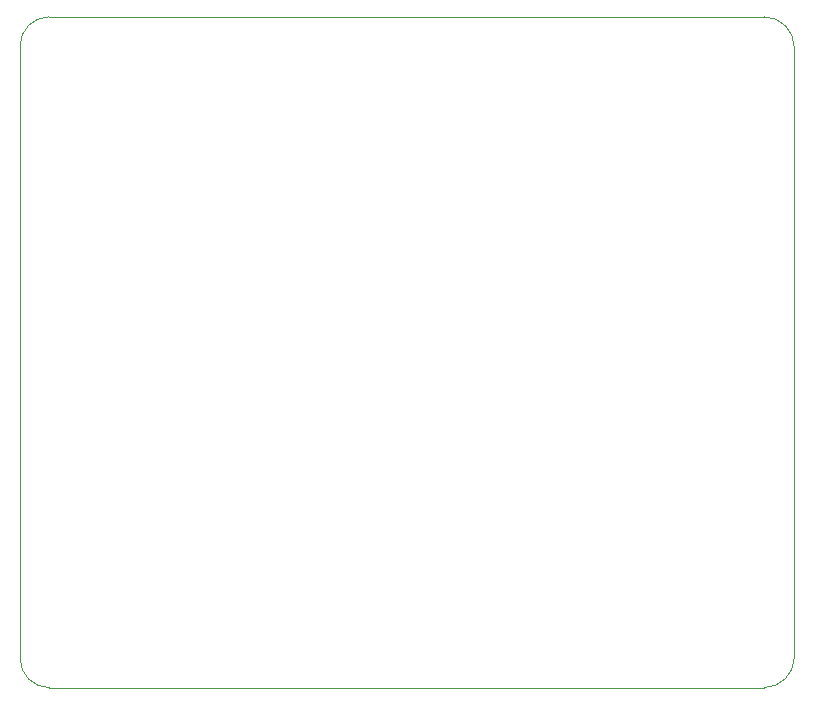
<source format=gm1>
%TF.GenerationSoftware,KiCad,Pcbnew,8.0.7*%
%TF.CreationDate,2025-03-15T19:42:46+02:00*%
%TF.ProjectId,LCD Dual 7 Segment Tester,4c434420-4475-4616-9c20-37205365676d,V1*%
%TF.SameCoordinates,Original*%
%TF.FileFunction,Profile,NP*%
%FSLAX46Y46*%
G04 Gerber Fmt 4.6, Leading zero omitted, Abs format (unit mm)*
G04 Created by KiCad (PCBNEW 8.0.7) date 2025-03-15 19:42:46*
%MOMM*%
%LPD*%
G01*
G04 APERTURE LIST*
%TA.AperFunction,Profile*%
%ADD10C,0.100000*%
%TD*%
G04 APERTURE END LIST*
D10*
X-2032000Y-11430000D02*
X-2032000Y40408915D01*
X60960000Y42885415D02*
G75*
G02*
X63522915Y40322500I0J-2562915D01*
G01*
X63522915Y-11343585D02*
G75*
G02*
X60960000Y-13906500I-2562915J0D01*
G01*
X444500Y-13906500D02*
G75*
G02*
X-2032000Y-11430000I0J2476500D01*
G01*
X-2032000Y40408915D02*
G75*
G02*
X444500Y42885415I2476500J0D01*
G01*
X444500Y42885415D02*
X60960000Y42885415D01*
X63522915Y-11343585D02*
X63522915Y40322500D01*
X60960000Y-13906500D02*
X444500Y-13906500D01*
M02*

</source>
